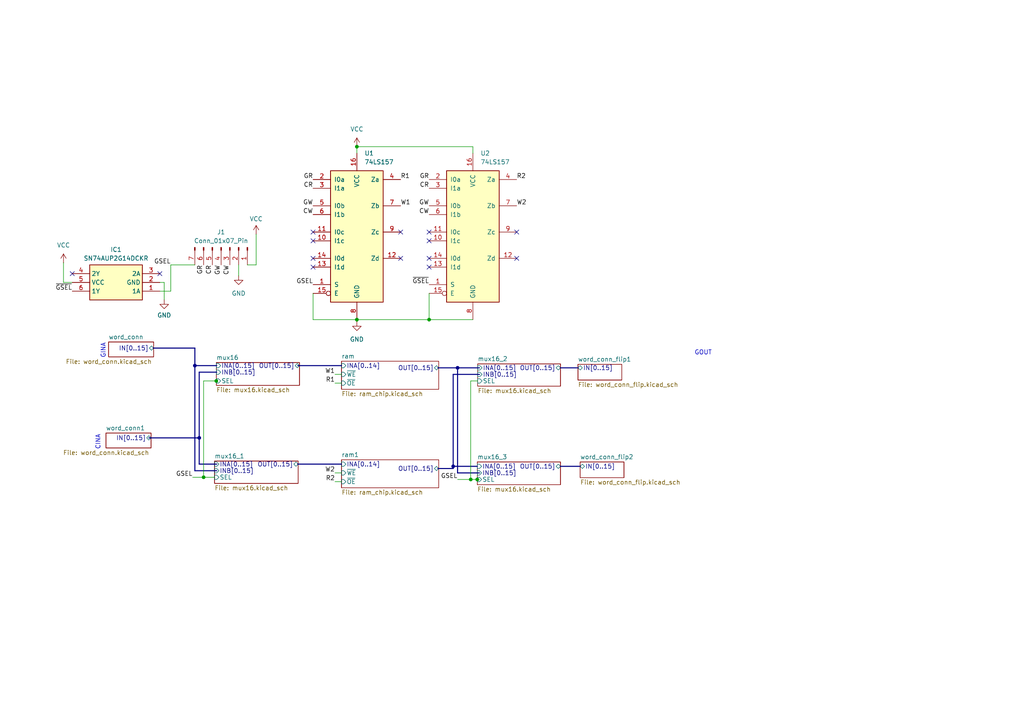
<source format=kicad_sch>
(kicad_sch (version 20231120) (generator "eeschema") (generator_version "8.0")
  (paper "A4")
  (lib_symbols
    (symbol "74xx:74LS157" (pin_names (offset 1.016))
      (property "Reference" "U" (at -7.62 19.05 0))
      (property "Value" "74LS157" (at -7.62 -21.59 0))
      (symbol "74LS157_1_0"
        (pin input line (at -12.7 -15.24 0) (length 5.08) (name "S") (number "1"))
        (pin input line (at -12.7 -2.54 0) (length 5.08) (name "I1c") (number "10"))
        (pin input line (at -12.7 0 0) (length 5.08) (name "I0c") (number "11"))
        (pin output line (at 12.7 -7.62 180) (length 5.08) (name "Zd") (number "12"))
        (pin input line (at -12.7 -10.16 0) (length 5.08) (name "I1d") (number "13"))
        (pin input line (at -12.7 -7.62 0) (length 5.08) (name "I0d") (number "14"))
        (pin input inverted (at -12.7 -17.78 0) (length 5.08) (name "E") (number "15"))
        (pin power_in line (at 0 22.86 270) (length 5.08) (name "VCC") (number "16"))
        (pin input line (at -12.7 15.24 0) (length 5.08) (name "I0a") (number "2"))
        (pin input line (at -12.7 12.7 0) (length 5.08) (name "I1a") (number "3"))
        (pin output line (at 12.7 15.24 180) (length 5.08) (name "Za") (number "4"))
        (pin input line (at -12.7 7.62 0) (length 5.08) (name "I0b") (number "5"))
        (pin input line (at -12.7 5.08 0) (length 5.08) (name "I1b") (number "6"))
        (pin output line (at 12.7 7.62 180) (length 5.08) (name "Zb") (number "7"))
        (pin power_in line (at 0 -25.4 90) (length 5.08) (name "GND") (number "8"))
        (pin output line (at 12.7 0 180) (length 5.08) (name "Zc") (number "9"))
      )
      (symbol "74LS157_1_1"
        (rectangle (start -7.62 17.78) (end 7.62 -20.32) (stroke (width 0.254)) (fill (type background)))
      )
    )
    (symbol "Connector:Conn_01x07_Pin" (pin_names (offset 1.016) hide)
      (property "Reference" "J" (at 0 10.16 0))
      (property "Value" "Conn_01x07_Pin" (at 0 -10.16 0))
      (symbol "Conn_01x07_Pin_1_1"
        (polyline (pts (xy 1.27 -7.62) (xy 0.8636 -7.62)) (stroke (width 0.1524)))
        (polyline (pts (xy 1.27 -5.08) (xy 0.8636 -5.08)) (stroke (width 0.1524)))
        (polyline (pts (xy 1.27 -2.54) (xy 0.8636 -2.54)) (stroke (width 0.1524)))
        (polyline (pts (xy 1.27 0) (xy 0.8636 0)) (stroke (width 0.1524)))
        (polyline (pts (xy 1.27 2.54) (xy 0.8636 2.54)) (stroke (width 0.1524)))
        (polyline (pts (xy 1.27 5.08) (xy 0.8636 5.08)) (stroke (width 0.1524)))
        (polyline (pts (xy 1.27 7.62) (xy 0.8636 7.62)) (stroke (width 0.1524)))
        (rectangle (start 0.8636 -7.493) (end 0 -7.747) (stroke (width 0.1524)) (fill (type outline)))
        (rectangle (start 0.8636 -4.953) (end 0 -5.207) (stroke (width 0.1524)) (fill (type outline)))
        (rectangle (start 0.8636 -2.413) (end 0 -2.667) (stroke (width 0.1524)) (fill (type outline)))
        (rectangle (start 0.8636 0.127) (end 0 -0.127) (stroke (width 0.1524)) (fill (type outline)))
        (rectangle (start 0.8636 2.667) (end 0 2.413) (stroke (width 0.1524)) (fill (type outline)))
        (rectangle (start 0.8636 5.207) (end 0 4.953) (stroke (width 0.1524)) (fill (type outline)))
        (rectangle (start 0.8636 7.747) (end 0 7.493) (stroke (width 0.1524)) (fill (type outline)))
        (pin passive line (at 5.08 7.62 180) (length 3.81) (name "Pin_1") (number "1"))
        (pin passive line (at 5.08 5.08 180) (length 3.81) (name "Pin_2") (number "2"))
        (pin passive line (at 5.08 2.54 180) (length 3.81) (name "Pin_3") (number "3"))
        (pin passive line (at 5.08 0 180) (length 3.81) (name "Pin_4") (number "4"))
        (pin passive line (at 5.08 -2.54 180) (length 3.81) (name "Pin_5") (number "5"))
        (pin passive line (at 5.08 -5.08 180) (length 3.81) (name "Pin_6") (number "6"))
        (pin passive line (at 5.08 -7.62 180) (length 3.81) (name "Pin_7") (number "7"))
      )
    )
    (symbol "SN74AUP2G14DCKR:SN74AUP2G14DCKR"
      (property "Reference" "IC" (at 21.59 7.62 0))
      (property "Value" "SN74AUP2G14DCKR" (at 21.59 5.08 0))
      (symbol "SN74AUP2G14DCKR_1_1"
        (rectangle (start 5.08 2.54) (end 20.32 -7.62) (stroke (width 0.254)) (fill (type background)))
        (pin passive line (at 0 0 0) (length 5.08) (name "1A") (number "1"))
        (pin power_in line (at 0 -2.54 0) (length 5.08) (name "GND") (number "2"))
        (pin passive line (at 0 -5.08 0) (length 5.08) (name "2A") (number "3"))
        (pin passive line (at 25.4 -5.08 180) (length 5.08) (name "2Y") (number "4"))
        (pin power_in line (at 25.4 -2.54 180) (length 5.08) (name "VCC") (number "5"))
        (pin passive line (at 25.4 0 180) (length 5.08) (name "1Y") (number "6"))
      )
    )
    (symbol "power:GND" (power) (pin_numbers hide) (pin_names (offset 0) hide)
      (property "Value" "GND" (at 0 -3.81 0))
      (symbol "GND_0_1"
        (polyline (pts (xy 0 0) (xy 0 -1.27) (xy 1.27 -1.27) (xy 0 -2.54) (xy -1.27 -1.27) (xy 0 -1.27)))
      )
      (symbol "GND_1_1"
        (pin power_in line (at 0 0 270) (length 0) (name "~") (number "1"))
      )
    )
    (symbol "power:VCC" (power) (pin_numbers hide) (pin_names (offset 0) hide)
      (property "Value" "VCC" (at 0 3.556 0))
      (symbol "VCC_0_1"
        (polyline (pts (xy -0.762 1.27) (xy 0 2.54)))
        (polyline (pts (xy 0 0) (xy 0 2.54)))
        (polyline (pts (xy 0 2.54) (xy 0.762 1.27)))
      )
      (symbol "VCC_1_1"
        (pin power_in line (at 0 0 90) (length 0) (name "~") (number "1"))
      )
    )
  )
  (junction (at 138.43 139.065))
  (junction (at 59.055 138.43))
  (junction (at 62.738 110.49))
  (junction (at 136.525 139.065))
  (junction (at 56.515 106.045))
  (junction (at 103.505 92.71))
  (junction (at 57.785 127))
  (junction (at 132.715 106.68))
  (junction (at 131.445 135.255))
  (junction (at 103.505 42.545))
  (junction (at 124.46 92.71))
  (no_connect (at 124.46 69.85))
  (no_connect (at 124.46 74.93))
  (no_connect (at 124.46 77.47))
  (no_connect (at 90.805 67.31))
  (no_connect (at 20.955 79.375))
  (no_connect (at 116.205 67.31))
  (no_connect (at 90.805 74.93))
  (no_connect (at 90.805 69.85))
  (no_connect (at 149.86 74.93))
  (no_connect (at 124.46 67.31))
  (no_connect (at 149.86 67.31))
  (no_connect (at 116.205 74.93))
  (no_connect (at 46.355 79.375))
  (no_connect (at 90.805 77.47))
  (wire (pts (xy 18.415 81.915) (xy 20.955 81.915)))
  (wire (pts (xy 49.53 76.835) (xy 56.515 76.835)))
  (bus (pts (xy 57.785 127) (xy 57.785 107.95)))
  (bus (pts (xy 131.445 108.585) (xy 139.065 108.585)))
  (wire (pts (xy 69.215 76.835) (xy 69.215 80.01)))
  (bus (pts (xy 132.715 106.68) (xy 132.715 137.16)))
  (wire (pts (xy 90.805 85.09) (xy 90.805 92.71)))
  (wire (pts (xy 136.525 110.49) (xy 136.525 139.065)))
  (bus (pts (xy 127 135.89) (xy 131.445 135.89)))
  (bus (pts (xy 86.36 106.045) (xy 99.06 106.045)))
  (bus (pts (xy 131.445 135.255) (xy 138.43 135.255)))
  (bus (pts (xy 56.515 106.045) (xy 62.865 106.045)))
  (wire (pts (xy 136.525 139.065) (xy 138.43 139.065)))
  (wire (pts (xy 138.557 110.49) (xy 136.525 110.49)))
  (wire (pts (xy 97.155 111.125) (xy 99.06 111.125)))
  (bus (pts (xy 56.515 100.965) (xy 56.515 106.045)))
  (wire (pts (xy 49.53 76.835) (xy 49.53 84.455)))
  (wire (pts (xy 90.805 92.71) (xy 103.505 92.71)))
  (bus (pts (xy 131.445 135.89) (xy 131.445 135.255)))
  (wire (pts (xy 18.415 76.2) (xy 18.415 81.915)))
  (bus (pts (xy 44.45 100.965) (xy 56.515 100.965)))
  (bus (pts (xy 57.785 127) (xy 57.785 134.62)))
  (wire (pts (xy 74.295 76.835) (xy 71.755 76.835)))
  (wire (pts (xy 103.505 42.545) (xy 103.505 44.45)))
  (bus (pts (xy 43.18 127) (xy 57.785 127)))
  (wire (pts (xy 46.355 84.455) (xy 49.53 84.455)))
  (bus (pts (xy 56.515 106.045) (xy 56.515 136.525)))
  (wire (pts (xy 124.46 92.71) (xy 137.16 92.71)))
  (wire (pts (xy 103.505 92.71) (xy 124.46 92.71)))
  (wire (pts (xy 59.055 110.49) (xy 59.055 138.43)))
  (wire (pts (xy 46.355 81.915) (xy 47.625 81.915)))
  (wire (pts (xy 97.155 139.7) (xy 99.06 139.7)))
  (bus (pts (xy 127 106.68) (xy 132.715 106.68)))
  (wire (pts (xy 47.625 81.915) (xy 47.625 86.995)))
  (wire (pts (xy 124.46 85.09) (xy 124.46 92.71)))
  (bus (pts (xy 132.715 137.16) (xy 139.065 137.16)))
  (wire (pts (xy 62.738 110.49) (xy 59.055 110.49)))
  (wire (pts (xy 97.155 108.585) (xy 99.06 108.585)))
  (bus (pts (xy 56.515 136.525) (xy 62.865 136.525)))
  (wire (pts (xy 132.715 139.065) (xy 136.525 139.065)))
  (wire (pts (xy 137.16 42.545) (xy 137.16 44.45)))
  (bus (pts (xy 131.445 135.255) (xy 131.445 108.585)))
  (wire (pts (xy 62.865 110.49) (xy 62.738 110.49)))
  (wire (pts (xy 103.505 42.545) (xy 137.16 42.545)))
  (wire (pts (xy 59.055 138.43) (xy 62.23 138.43)))
  (wire (pts (xy 55.88 138.43) (xy 59.055 138.43)))
  (bus (pts (xy 162.56 106.68) (xy 167.64 106.68)))
  (wire (pts (xy 97.155 137.16) (xy 99.06 137.16)))
  (bus (pts (xy 132.715 106.68) (xy 139.065 106.68)))
  (bus (pts (xy 57.785 134.62) (xy 62.865 134.62)))
  (wire (pts (xy 74.295 67.945) (xy 74.295 76.835)))
  (wire (pts (xy 103.505 93.345) (xy 103.505 92.71)))
  (bus (pts (xy 86.36 134.62) (xy 99.06 134.62)))
  (bus (pts (xy 162.56 135.255) (xy 168.275 135.255)))
  (bus (pts (xy 57.785 107.95) (xy 62.865 107.95)))
  (wire (pts (xy 138.43 139.065) (xy 139.065 139.065)))
  (text "CINA" (at 28.448 128.27 90) (effects (font (size 1.27 1.27))))
  (text "GINA\n" (at 29.972 101.727 90) (effects (font (size 1.27 1.27))))
  (text "GOUT\n" (at 203.962 102.362 0) (effects (font (size 1.27 1.27))))
  (label "CW" (at 124.46 62.23 180))
  (label "~{GSEL}" (at 124.46 82.55 180))
  (label "W2" (at 97.155 137.16 180))
  (label "R1" (at 97.155 111.125 180))
  (label "GR" (at 59.055 76.835 270))
  (label "GSEL" (at 90.805 82.55 180))
  (label "W2" (at 149.86 59.69 0))
  (label "R2" (at 149.86 52.07 0))
  (label "GW" (at 90.805 59.69 180))
  (label "R1" (at 116.205 52.07 0))
  (label "GR" (at 90.805 52.07 180))
  (label "GSEL" (at 132.715 139.065 180))
  (label "GW" (at 64.135 76.835 270))
  (label "GSEL" (at 49.53 76.835 180))
  (label "GSEL" (at 55.88 138.43 180))
  (label "CR" (at 90.805 54.61 180))
  (label "R2" (at 97.155 139.7 180))
  (label "~{GSEL}" (at 20.955 84.455 180))
  (label "CR" (at 124.46 54.61 180))
  (label "CR" (at 61.595 76.835 270))
  (label "GR" (at 124.46 52.07 180))
  (label "GW" (at 124.46 59.69 180))
  (label "CW" (at 90.805 62.23 180))
  (label "W1" (at 116.205 59.69 0))
  (label "W1" (at 97.155 108.585 180))
  (label "CW" (at 66.675 76.835 270))
  (symbol (lib_id "Connector:Conn_01x07_Pin") (at 64.135 71.755 270) (unit 1)
    (property "Reference" "J1" (at 64.135 67.31 90))
    (property "Value" "Conn_01x07_Pin" (at 64.135 69.85 90))
    (property "Footprint" "Connector_PinSocket_2.54mm:PinSocket_1x07_P2.54mm_Vertical" (effects (hide yes)))
    (property "Description" "Generic connector, single row, 01x07, script generated" (effects (hide yes)))
  )
  (symbol (lib_id "74xx:74LS157") (at 137.16 67.31 0) (unit 1)
    (property "Reference" "U2" (at 139.3541 44.45 0) (effects (justify left)))
    (property "Value" "74LS157" (at 139.3541 46.99 0) (effects (justify left)))
    (property "Footprint" "Package_DIP:DIP-16_W7.62mm" (effects (hide yes)))
    (property "Datasheet" "http://www.ti.com/lit/gpn/sn74LS157" (effects (hide yes)))
    (property "Description" "Quad 2 to 1 line Multiplexer" (effects (hide yes)))
  )
  (symbol (lib_id "power:GND") (at 69.215 80.01 0) (unit 1)
    (property "Reference" "#PWR03" (effects (hide yes)))
    (property "Value" "GND" (at 69.215 85.09 0))
    (property "Description" "Power symbol creates a global label with name \"GND\" , ground" (effects (hide yes)))
  )
  (symbol (lib_id "power:VCC") (at 103.505 42.545 0) (unit 1)
    (property "Reference" "#PWR05" (effects (hide yes)))
    (property "Value" "VCC" (at 103.505 37.465 0))
    (property "Description" "Power symbol creates a global label with name \"VCC\"" (effects (hide yes)))
  )
  (symbol (lib_id "power:VCC") (at 18.415 76.2 0) (unit 1)
    (property "Reference" "#PWR01" (effects (hide yes)))
    (property "Value" "VCC" (at 18.415 71.12 0))
    (property "Description" "Power symbol creates a global label with name \"VCC\"" (effects (hide yes)))
  )
  (symbol (lib_id "74xx:74LS157") (at 103.505 67.31 0) (unit 1)
    (property "Reference" "U1" (at 105.6991 44.45 0) (effects (justify left)))
    (property "Value" "74LS157" (at 105.6991 46.99 0) (effects (justify left)))
    (property "Footprint" "Package_DIP:DIP-16_W7.62mm" (effects (hide yes)))
    (property "Datasheet" "http://www.ti.com/lit/gpn/sn74LS157" (effects (hide yes)))
    (property "Description" "Quad 2 to 1 line Multiplexer" (effects (hide yes)))
  )
  (symbol (lib_id "power:GND") (at 47.625 86.995 0) (unit 1)
    (property "Reference" "#PWR02" (effects (hide yes)))
    (property "Value" "GND" (at 47.625 91.44 0))
    (property "Description" "Power symbol creates a global label with name \"GND\" , ground" (effects (hide yes)))
  )
  (symbol (lib_id "power:GND") (at 103.505 93.345 0) (unit 1)
    (property "Reference" "#PWR06" (effects (hide yes)))
    (property "Value" "GND" (at 103.505 98.425 0))
    (property "Description" "Power symbol creates a global label with name \"GND\" , ground" (effects (hide yes)))
  )
  (symbol (lib_id "power:VCC") (at 74.295 67.945 0) (unit 1)
    (property "Reference" "#PWR04" (effects (hide yes)))
    (property "Value" "VCC" (at 74.295 63.5 0))
    (property "Description" "Power symbol creates a global label with name \"VCC\"" (effects (hide yes)))
  )
  (symbol (lib_id "SN74AUP2G14DCKR:SN74AUP2G14DCKR") (at 46.355 84.455 180) (unit 1)
    (property "Reference" "IC1" (at 33.655 72.39 0))
    (property "Value" "SN74AUP2G14DCKR" (at 33.655 74.93 0))
    (property "Footprint" "sn74aup2:SOT65P210X110-6N" (effects (hide yes)))
    (property "Datasheet" "http://www.ti.com/lit/ds/symlink/sn74aup2g14.pdf" (effects (hide yes)))
    (property "Description" "Low-Power Dual Schmitt-Trigger Inverter" (effects (hide yes)))
    (property "Height" "1.1" (effects (hide yes)))
    (property "Mouser Part Number" "595-SN74AUP2G14DCKR" (effects (hide yes)))
    (property "Mouser Price/Stock" "https://www.mouser.co.uk/ProductDetail/Texas-Instruments/SN74AUP2G14DCKR?qs=EuM%2FBx4ov4QTOJAKFTdFxA%3D%3D" (effects (hide yes)))
    (property "Manufacturer_Name" "Texas Instruments" (effects (hide yes)))
    (property "Manufacturer_Part_Number" "SN74AUP2G14DCKR" (effects (hide yes)))
  )
  (sheet (at 138.557 105.537) (size 24.003 6.477) (stroke (width 0.1524))
    (property "Sheetname" "mux16_2" (at 138.557 104.8254 0) (effects (justify left bottom)))
    (property "Sheetfile" "mux16.kicad_sch" (at 138.557 112.5986 0) (effects (justify left top)))
    (pin "INA[0..15]" input (at 138.557 106.68 180))
    (pin "SEL" input (at 138.557 110.49 180))
    (pin "INB[0..15]" input (at 138.557 108.585 180))
    (pin "OUT[0..15]" bidirectional (at 162.56 106.68 0))
  )
  (sheet (at 62.23 133.731) (size 24.257 6.477) (stroke (width 0.1524))
    (property "Sheetname" "mux16_1" (at 62.23 133.0194 0) (effects (justify left bottom)))
    (property "Sheetfile" "mux16.kicad_sch" (at 62.23 140.7926 0) (effects (justify left top)))
    (pin "INA[0..15]" input (at 62.23 134.62 180))
    (pin "SEL" input (at 62.23 138.43 180))
    (pin "INB[0..15]" input (at 62.23 136.525 180))
    (pin "OUT[0..15]" bidirectional (at 86.487 134.62 0))
  )
  (sheet (at 99.06 104.775) (size 28.194 8.128) (stroke (width 0.1524))
    (property "Sheetname" "ram" (at 99.06 104.0634 0) (effects (justify left bottom)))
    (property "Sheetfile" "ram_chip.kicad_sch" (at 99.06 113.4876 0) (effects (justify left top)))
    (pin "INA[0..14]" input (at 99.06 106.045 180))
    (pin "~{WE}" input (at 99.06 108.585 180))
    (pin "~{OE}" input (at 99.06 111.125 180))
    (pin "OUT[0..15]" bidirectional (at 127.254 106.68 0))
  )
  (sheet (at 31.496 99.187) (size 13.081 4.318) (stroke (width 0.1524))
    (property "Sheetname" "word_conn" (at 31.496 98.4754 0) (effects (justify left bottom)))
    (property "Sheetfile" "word_conn.kicad_sch" (at 19.05 104.14 0) (effects (justify left top)))
    (pin "IN[0..15]" tri_state (at 44.577 100.965 0))
  )
  (sheet (at 62.738 105.156) (size 24.13 6.604) (stroke (width 0.1524))
    (property "Sheetname" "mux16" (at 62.738 104.4444 0) (effects (justify left bottom)))
    (property "Sheetfile" "mux16.kicad_sch" (at 62.738 112.3446 0) (effects (justify left top)))
    (pin "INA[0..15]" input (at 62.738 106.045 180))
    (pin "SEL" input (at 62.738 110.49 180))
    (pin "INB[0..15]" input (at 62.738 107.95 180))
    (pin "OUT[0..15]" bidirectional (at 86.868 106.045 0))
  )
  (sheet (at 168.275 133.985) (size 12.7 4.572) (stroke (width 0.1524))
    (property "Sheetname" "word_conn_flip2" (at 168.275 133.2734 0) (effects (justify left bottom)))
    (property "Sheetfile" "word_conn_flip.kicad_sch" (at 168.275 139.1416 0) (effects (justify left top)))
    (pin "IN[0..15]" tri_state (at 168.275 135.255 180))
  )
  (sheet (at 99.06 133.35) (size 28.194 8.128) (stroke (width 0.1524))
    (property "Sheetname" "ram1" (at 99.06 132.6384 0) (effects (justify left bottom)))
    (property "Sheetfile" "ram_chip.kicad_sch" (at 99.06 142.0626 0) (effects (justify left top)))
    (pin "INA[0..14]" input (at 99.06 134.62 180))
    (pin "~{WE}" input (at 99.06 137.16 180))
    (pin "~{OE}" input (at 99.06 139.7 180))
    (pin "OUT[0..15]" bidirectional (at 127.254 135.89 0))
  )
  (sheet (at 138.43 133.985) (size 24.13 6.604) (stroke (width 0.1524))
    (property "Sheetname" "mux16_3" (at 138.43 133.2734 0) (effects (justify left bottom)))
    (property "Sheetfile" "mux16.kicad_sch" (at 138.43 141.1736 0) (effects (justify left top)))
    (pin "INA[0..15]" input (at 138.43 135.255 180))
    (pin "SEL" input (at 138.43 139.065 180))
    (pin "INB[0..15]" input (at 138.43 137.16 180))
    (pin "OUT[0..15]" bidirectional (at 162.56 135.255 0))
  )
  (sheet (at 167.64 105.664) (size 12.7 4.572) (stroke (width 0.1524))
    (property "Sheetname" "word_conn_flip1" (at 167.64 104.9524 0) (effects (justify left bottom)))
    (property "Sheetfile" "word_conn_flip.kicad_sch" (at 167.64 110.8206 0) (effects (justify left top)))
    (pin "IN[0..15]" tri_state (at 167.64 106.68 180))
  )
  (sheet (at 30.734 125.603) (size 13.081 4.318) (stroke (width 0.1524))
    (property "Sheetname" "word_conn1" (at 30.734 124.8914 0) (effects (justify left bottom)))
    (property "Sheetfile" "word_conn.kicad_sch" (at 18.288 130.556 0) (effects (justify left top)))
    (pin "IN[0..15]" tri_state (at 43.815 127 0))
  )
)
</source>
